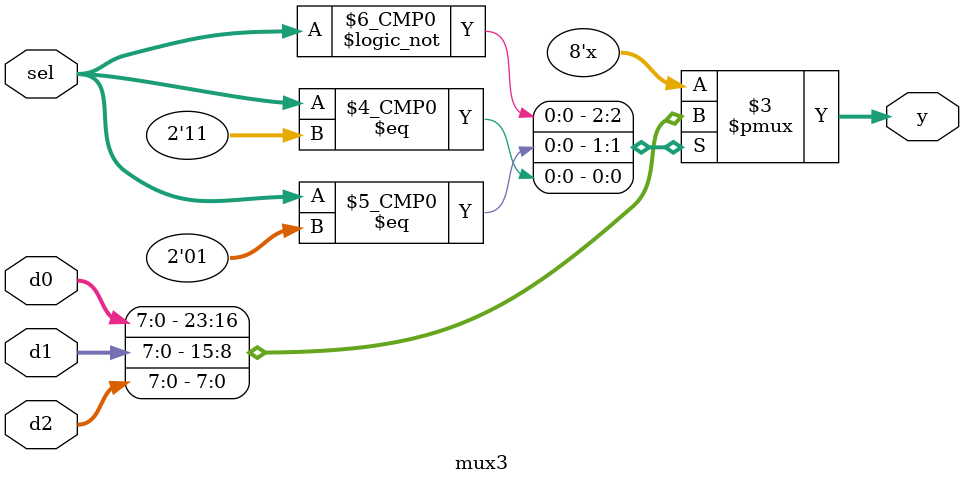
<source format=sv>
module mux3 #(parameter WIDTH = 8)
(
    // Entradas
    input logic [1:0] sel,
    input logic [WIDTH-1:0] d0, d1, d2,

    // Salida
    output logic [WIDTH-1:0] y
);

    always_comb
    begin
        case(sel)
            2'b00: y = d0;
            2'b01: y = d1;
            2'b11: y = d2;
				// Si es 2, xx. No se esta utilizando.
            default: y = 'bx; // En caso de selección inválida, salida indeterminada
        endcase
    end

endmodule

</source>
